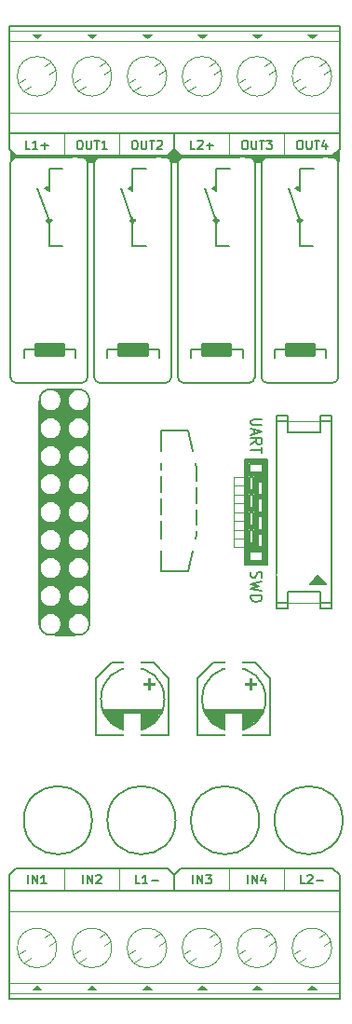
<source format=gto>
G04 #@! TF.GenerationSoftware,KiCad,Pcbnew,(5.1.9)-1*
G04 #@! TF.CreationDate,2023-02-03T00:57:47+01:00*
G04 #@! TF.ProjectId,Base,42617365-2e6b-4696-9361-645f70636258,rev?*
G04 #@! TF.SameCoordinates,Original*
G04 #@! TF.FileFunction,Legend,Top*
G04 #@! TF.FilePolarity,Positive*
%FSLAX46Y46*%
G04 Gerber Fmt 4.6, Leading zero omitted, Abs format (unit mm)*
G04 Created by KiCad (PCBNEW (5.1.9)-1) date 2023-02-03 00:57:47*
%MOMM*%
%LPD*%
G01*
G04 APERTURE LIST*
%ADD10C,0.100000*%
%ADD11C,0.200000*%
%ADD12C,0.150000*%
%ADD13C,0.300000*%
%ADD14C,0.400000*%
%ADD15C,0.050000*%
%ADD16C,0.120000*%
%ADD17C,0.500000*%
%ADD18C,0.160000*%
%ADD19R,1.800000X1.000000*%
%ADD20R,1.800000X0.600000*%
%ADD21C,1.600000*%
%ADD22C,0.600000*%
%ADD23C,2.000000*%
%ADD24C,2.200000*%
%ADD25C,2.100000*%
%ADD26C,2.500000*%
%ADD27C,1.500000*%
%ADD28R,1.600000X3.200000*%
G04 APERTURE END LIST*
D10*
G36*
X30500000Y-24600000D02*
G01*
X30800000Y-24600000D01*
X30200000Y-25200000D01*
X29800000Y-25200000D01*
X29200000Y-24600000D01*
X29500000Y-24600000D01*
X30000000Y-24100000D01*
X30500000Y-24600000D01*
G37*
X30500000Y-24600000D02*
X30800000Y-24600000D01*
X30200000Y-25200000D01*
X29800000Y-25200000D01*
X29200000Y-24600000D01*
X29500000Y-24600000D01*
X30000000Y-24100000D01*
X30500000Y-24600000D01*
G36*
X37800000Y-25200000D02*
G01*
X37400000Y-25200000D01*
X36800000Y-24600000D01*
X38400000Y-24600000D01*
X37800000Y-25200000D01*
G37*
X37800000Y-25200000D02*
X37400000Y-25200000D01*
X36800000Y-24600000D01*
X38400000Y-24600000D01*
X37800000Y-25200000D01*
G36*
X44950000Y-25150000D02*
G01*
X44400000Y-24650000D01*
X44950000Y-24050000D01*
X44950000Y-25150000D01*
G37*
X44950000Y-25150000D02*
X44400000Y-24650000D01*
X44950000Y-24050000D01*
X44950000Y-25150000D01*
G36*
X15600000Y-24600000D02*
G01*
X15050000Y-25200000D01*
X15050000Y-24100000D01*
X15600000Y-24600000D01*
G37*
X15600000Y-24600000D02*
X15050000Y-25200000D01*
X15050000Y-24100000D01*
X15600000Y-24600000D01*
G36*
X22600000Y-25200000D02*
G01*
X22200000Y-25200000D01*
X21600000Y-24600000D01*
X23200000Y-24600000D01*
X22600000Y-25200000D01*
G37*
X22600000Y-25200000D02*
X22200000Y-25200000D01*
X21600000Y-24600000D01*
X23200000Y-24600000D01*
X22600000Y-25200000D01*
D11*
X36995238Y-62420476D02*
X36947619Y-62563333D01*
X36947619Y-62801428D01*
X36995238Y-62896666D01*
X37042857Y-62944285D01*
X37138095Y-62991904D01*
X37233333Y-62991904D01*
X37328571Y-62944285D01*
X37376190Y-62896666D01*
X37423809Y-62801428D01*
X37471428Y-62610952D01*
X37519047Y-62515714D01*
X37566666Y-62468095D01*
X37661904Y-62420476D01*
X37757142Y-62420476D01*
X37852380Y-62468095D01*
X37900000Y-62515714D01*
X37947619Y-62610952D01*
X37947619Y-62849047D01*
X37900000Y-62991904D01*
X37947619Y-63325238D02*
X36947619Y-63563333D01*
X37661904Y-63753809D01*
X36947619Y-63944285D01*
X37947619Y-64182380D01*
X36947619Y-64563333D02*
X37947619Y-64563333D01*
X37947619Y-64801428D01*
X37900000Y-64944285D01*
X37804761Y-65039523D01*
X37709523Y-65087142D01*
X37519047Y-65134761D01*
X37376190Y-65134761D01*
X37185714Y-65087142D01*
X37090476Y-65039523D01*
X36995238Y-64944285D01*
X36947619Y-64801428D01*
X36947619Y-64563333D01*
X37947619Y-48584285D02*
X37138095Y-48584285D01*
X37042857Y-48627142D01*
X36995238Y-48670000D01*
X36947619Y-48755714D01*
X36947619Y-48927142D01*
X36995238Y-49012857D01*
X37042857Y-49055714D01*
X37138095Y-49098571D01*
X37947619Y-49098571D01*
X37233333Y-49484285D02*
X37233333Y-49912857D01*
X36947619Y-49398571D02*
X37947619Y-49698571D01*
X36947619Y-49998571D01*
X36947619Y-50812857D02*
X37423809Y-50512857D01*
X36947619Y-50298571D02*
X37947619Y-50298571D01*
X37947619Y-50641428D01*
X37900000Y-50727142D01*
X37852380Y-50770000D01*
X37757142Y-50812857D01*
X37614285Y-50812857D01*
X37519047Y-50770000D01*
X37471428Y-50727142D01*
X37423809Y-50641428D01*
X37423809Y-50298571D01*
X37947619Y-51070000D02*
X37947619Y-51584285D01*
X36947619Y-51327142D02*
X37947619Y-51327142D01*
D12*
X31200000Y-62400000D02*
X32000000Y-59100000D01*
X32000000Y-53000000D02*
X32000000Y-59100000D01*
X32000000Y-53000000D02*
X31200000Y-49600000D01*
X31200000Y-49600000D02*
X28800000Y-49600000D01*
X31200000Y-62400000D02*
X28800000Y-62400000D01*
X28800000Y-49600000D02*
X28800000Y-62400000D01*
D10*
X36400000Y-58600000D02*
X35400000Y-58600000D01*
X36400000Y-60200000D02*
X35400000Y-60200000D01*
X36400000Y-59400000D02*
X35400000Y-59400000D01*
X36400000Y-53800000D02*
X35400000Y-53800000D01*
X36400000Y-54600000D02*
X35400000Y-54600000D01*
X36400000Y-55400000D02*
X35400000Y-55400000D01*
X36400000Y-56200000D02*
X35400000Y-56200000D01*
D13*
X36800000Y-58400000D02*
X37200000Y-58400000D01*
D11*
X36800000Y-58600000D02*
X36800000Y-59800000D01*
X37200000Y-58600000D02*
X37200000Y-59800000D01*
X36800000Y-59800000D02*
X37200000Y-59800000D01*
X36800000Y-58600000D02*
X37200000Y-58600000D01*
D13*
X37600000Y-58800000D02*
X38000000Y-58800000D01*
D11*
X37600000Y-59000000D02*
X37600000Y-60200000D01*
X37600000Y-59000000D02*
X38000000Y-59000000D01*
X37600000Y-60200000D02*
X38000000Y-60200000D01*
X38000000Y-59000000D02*
X38000000Y-60200000D01*
D13*
X36800000Y-60000000D02*
X37200000Y-60000000D01*
X36800000Y-60200000D02*
X37200000Y-60200000D01*
X37600000Y-53800000D02*
X38000000Y-53800000D01*
X37600000Y-54000000D02*
X38000000Y-54000000D01*
X36800000Y-56800000D02*
X37200000Y-56800000D01*
X36800000Y-55200000D02*
X37200000Y-55200000D01*
X37600000Y-55600000D02*
X38000000Y-55600000D01*
X37600000Y-57200000D02*
X38000000Y-57200000D01*
X37400000Y-53600000D02*
X37400000Y-60400000D01*
X36600000Y-53600000D02*
X38200000Y-53600000D01*
X36600000Y-60400000D02*
X38200000Y-60400000D01*
X38200000Y-52400000D02*
X38200000Y-61600000D01*
X36600000Y-52400000D02*
X38200000Y-52400000D01*
X36600000Y-61600000D02*
X38200000Y-61600000D01*
X36600000Y-52400000D02*
X36600000Y-61600000D01*
D10*
X35400000Y-53800000D02*
X35400000Y-60200000D01*
X36400000Y-57000000D02*
X35400000Y-57000000D01*
D11*
X37200000Y-55400000D02*
X37200000Y-56600000D01*
X36800000Y-55400000D02*
X36800000Y-56600000D01*
X36800000Y-56600000D02*
X37200000Y-56600000D01*
X36800000Y-57000000D02*
X37200000Y-57000000D01*
X36800000Y-58200000D02*
X37200000Y-58200000D01*
X36800000Y-57000000D02*
X36800000Y-58200000D01*
X36800000Y-55400000D02*
X37200000Y-55400000D01*
X37200000Y-57000000D02*
X37200000Y-58200000D01*
X36800000Y-53800000D02*
X37200000Y-53800000D01*
X37200000Y-53800000D02*
X37200000Y-55000000D01*
X36800000Y-53800000D02*
X36800000Y-55000000D01*
X36800000Y-55000000D02*
X37200000Y-55000000D01*
X37600000Y-54200000D02*
X38000000Y-54200000D01*
X37600000Y-55400000D02*
X38000000Y-55400000D01*
X37600000Y-54200000D02*
X37600000Y-55400000D01*
X38000000Y-54200000D02*
X38000000Y-55400000D01*
X37600000Y-55800000D02*
X38000000Y-55800000D01*
X37600000Y-57000000D02*
X38000000Y-57000000D01*
X37600000Y-55800000D02*
X37600000Y-57000000D01*
X38000000Y-55800000D02*
X38000000Y-57000000D01*
X37600000Y-57400000D02*
X38000000Y-57400000D01*
X37600000Y-57400000D02*
X37600000Y-58600000D01*
X37600000Y-58600000D02*
X38000000Y-58600000D01*
X38000000Y-57400000D02*
X38000000Y-58600000D01*
X36800000Y-52600000D02*
X36800000Y-53400000D01*
X38000000Y-52600000D02*
X36800000Y-52600000D01*
X38000000Y-53400000D02*
X38000000Y-52600000D01*
X36800000Y-53400000D02*
X38000000Y-53400000D01*
X36800000Y-60600000D02*
X36800000Y-61400000D01*
X38000000Y-60600000D02*
X36800000Y-60600000D01*
X38000000Y-61400000D02*
X38000000Y-60600000D01*
X36800000Y-61400000D02*
X38000000Y-61400000D01*
D10*
X36400000Y-57800000D02*
X35400000Y-57800000D01*
D11*
X36400000Y-52200000D02*
X36400000Y-61800000D01*
X38400000Y-52200000D02*
X36400000Y-52200000D01*
X38400000Y-61800000D02*
X38400000Y-52200000D01*
X36400000Y-61800000D02*
X38400000Y-61800000D01*
D10*
G36*
X20381000Y-67668000D02*
G01*
X20889000Y-68176000D01*
X19111000Y-68176000D01*
X19619000Y-67668000D01*
X19746000Y-67160000D01*
X20275000Y-67160000D01*
X20381000Y-67668000D01*
G37*
X20381000Y-67668000D02*
X20889000Y-68176000D01*
X19111000Y-68176000D01*
X19619000Y-67668000D01*
X19746000Y-67160000D01*
X20275000Y-67160000D01*
X20381000Y-67668000D01*
G36*
X19619000Y-46332000D02*
G01*
X19111000Y-45824000D01*
X20889000Y-45824000D01*
X20381000Y-46332000D01*
X20254000Y-46840000D01*
X19725000Y-46840000D01*
X19619000Y-46332000D01*
G37*
X19619000Y-46332000D02*
X19111000Y-45824000D01*
X20889000Y-45824000D01*
X20381000Y-46332000D01*
X20254000Y-46840000D01*
X19725000Y-46840000D01*
X19619000Y-46332000D01*
G36*
X19619000Y-48872000D02*
G01*
X18984000Y-48364000D01*
X18476000Y-48364000D01*
X17714000Y-48999000D01*
X17714000Y-47221000D01*
X18476000Y-47856000D01*
X19111000Y-47856000D01*
X19619000Y-47221000D01*
X19725000Y-46840000D01*
X20254000Y-46840000D01*
X20381000Y-47348000D01*
X21016000Y-47856000D01*
X21524000Y-47856000D01*
X22286000Y-47348000D01*
X22286000Y-48999000D01*
X21524000Y-48364000D01*
X21016000Y-48364000D01*
X20381000Y-48872000D01*
X20275000Y-49380000D01*
X19746000Y-49380000D01*
X19619000Y-48872000D01*
G37*
X19619000Y-48872000D02*
X18984000Y-48364000D01*
X18476000Y-48364000D01*
X17714000Y-48999000D01*
X17714000Y-47221000D01*
X18476000Y-47856000D01*
X19111000Y-47856000D01*
X19619000Y-47221000D01*
X19725000Y-46840000D01*
X20254000Y-46840000D01*
X20381000Y-47348000D01*
X21016000Y-47856000D01*
X21524000Y-47856000D01*
X22286000Y-47348000D01*
X22286000Y-48999000D01*
X21524000Y-48364000D01*
X21016000Y-48364000D01*
X20381000Y-48872000D01*
X20275000Y-49380000D01*
X19746000Y-49380000D01*
X19619000Y-48872000D01*
G36*
X19619000Y-51412000D02*
G01*
X18984000Y-50904000D01*
X18476000Y-50904000D01*
X17714000Y-51539000D01*
X17714000Y-49761000D01*
X18476000Y-50396000D01*
X19111000Y-50396000D01*
X19619000Y-49761000D01*
X19725000Y-49380000D01*
X20254000Y-49380000D01*
X20381000Y-49888000D01*
X21016000Y-50396000D01*
X21524000Y-50396000D01*
X22286000Y-49888000D01*
X22286000Y-51539000D01*
X21524000Y-50904000D01*
X21016000Y-50904000D01*
X20381000Y-51412000D01*
X20275000Y-51920000D01*
X19746000Y-51920000D01*
X19619000Y-51412000D01*
G37*
X19619000Y-51412000D02*
X18984000Y-50904000D01*
X18476000Y-50904000D01*
X17714000Y-51539000D01*
X17714000Y-49761000D01*
X18476000Y-50396000D01*
X19111000Y-50396000D01*
X19619000Y-49761000D01*
X19725000Y-49380000D01*
X20254000Y-49380000D01*
X20381000Y-49888000D01*
X21016000Y-50396000D01*
X21524000Y-50396000D01*
X22286000Y-49888000D01*
X22286000Y-51539000D01*
X21524000Y-50904000D01*
X21016000Y-50904000D01*
X20381000Y-51412000D01*
X20275000Y-51920000D01*
X19746000Y-51920000D01*
X19619000Y-51412000D01*
G36*
X19619000Y-53952000D02*
G01*
X18984000Y-53444000D01*
X18476000Y-53444000D01*
X17714000Y-54079000D01*
X17714000Y-52301000D01*
X18476000Y-52936000D01*
X19111000Y-52936000D01*
X19619000Y-52301000D01*
X19725000Y-51920000D01*
X20254000Y-51920000D01*
X20381000Y-52428000D01*
X21016000Y-52936000D01*
X21524000Y-52936000D01*
X22286000Y-52428000D01*
X22286000Y-54079000D01*
X21524000Y-53444000D01*
X21016000Y-53444000D01*
X20381000Y-53952000D01*
X20275000Y-54460000D01*
X19746000Y-54460000D01*
X19619000Y-53952000D01*
G37*
X19619000Y-53952000D02*
X18984000Y-53444000D01*
X18476000Y-53444000D01*
X17714000Y-54079000D01*
X17714000Y-52301000D01*
X18476000Y-52936000D01*
X19111000Y-52936000D01*
X19619000Y-52301000D01*
X19725000Y-51920000D01*
X20254000Y-51920000D01*
X20381000Y-52428000D01*
X21016000Y-52936000D01*
X21524000Y-52936000D01*
X22286000Y-52428000D01*
X22286000Y-54079000D01*
X21524000Y-53444000D01*
X21016000Y-53444000D01*
X20381000Y-53952000D01*
X20275000Y-54460000D01*
X19746000Y-54460000D01*
X19619000Y-53952000D01*
G36*
X19619000Y-56492000D02*
G01*
X18984000Y-55984000D01*
X18476000Y-55984000D01*
X17714000Y-56619000D01*
X17714000Y-54841000D01*
X18476000Y-55476000D01*
X19111000Y-55476000D01*
X19619000Y-54841000D01*
X19725000Y-54460000D01*
X20254000Y-54460000D01*
X20381000Y-54968000D01*
X21016000Y-55476000D01*
X21524000Y-55476000D01*
X22286000Y-54968000D01*
X22286000Y-56619000D01*
X21524000Y-55984000D01*
X21016000Y-55984000D01*
X20381000Y-56492000D01*
X20275000Y-57000000D01*
X19746000Y-57000000D01*
X19619000Y-56492000D01*
G37*
X19619000Y-56492000D02*
X18984000Y-55984000D01*
X18476000Y-55984000D01*
X17714000Y-56619000D01*
X17714000Y-54841000D01*
X18476000Y-55476000D01*
X19111000Y-55476000D01*
X19619000Y-54841000D01*
X19725000Y-54460000D01*
X20254000Y-54460000D01*
X20381000Y-54968000D01*
X21016000Y-55476000D01*
X21524000Y-55476000D01*
X22286000Y-54968000D01*
X22286000Y-56619000D01*
X21524000Y-55984000D01*
X21016000Y-55984000D01*
X20381000Y-56492000D01*
X20275000Y-57000000D01*
X19746000Y-57000000D01*
X19619000Y-56492000D01*
G36*
X19619000Y-59032000D02*
G01*
X18984000Y-58524000D01*
X18476000Y-58524000D01*
X17714000Y-59159000D01*
X17714000Y-57381000D01*
X18476000Y-58016000D01*
X19111000Y-58016000D01*
X19619000Y-57381000D01*
X19725000Y-57000000D01*
X20254000Y-57000000D01*
X20381000Y-57508000D01*
X21016000Y-58016000D01*
X21524000Y-58016000D01*
X22286000Y-57508000D01*
X22286000Y-59159000D01*
X21524000Y-58524000D01*
X21016000Y-58524000D01*
X20381000Y-59032000D01*
X20275000Y-59540000D01*
X19746000Y-59540000D01*
X19619000Y-59032000D01*
G37*
X19619000Y-59032000D02*
X18984000Y-58524000D01*
X18476000Y-58524000D01*
X17714000Y-59159000D01*
X17714000Y-57381000D01*
X18476000Y-58016000D01*
X19111000Y-58016000D01*
X19619000Y-57381000D01*
X19725000Y-57000000D01*
X20254000Y-57000000D01*
X20381000Y-57508000D01*
X21016000Y-58016000D01*
X21524000Y-58016000D01*
X22286000Y-57508000D01*
X22286000Y-59159000D01*
X21524000Y-58524000D01*
X21016000Y-58524000D01*
X20381000Y-59032000D01*
X20275000Y-59540000D01*
X19746000Y-59540000D01*
X19619000Y-59032000D01*
G36*
X19619000Y-61572000D02*
G01*
X18984000Y-61064000D01*
X18476000Y-61064000D01*
X17714000Y-61699000D01*
X17714000Y-59921000D01*
X18476000Y-60556000D01*
X19111000Y-60556000D01*
X19619000Y-59921000D01*
X19725000Y-59540000D01*
X20254000Y-59540000D01*
X20381000Y-60048000D01*
X21016000Y-60556000D01*
X21524000Y-60556000D01*
X22286000Y-60048000D01*
X22286000Y-61699000D01*
X21524000Y-61064000D01*
X21016000Y-61064000D01*
X20381000Y-61572000D01*
X20275000Y-62080000D01*
X19746000Y-62080000D01*
X19619000Y-61572000D01*
G37*
X19619000Y-61572000D02*
X18984000Y-61064000D01*
X18476000Y-61064000D01*
X17714000Y-61699000D01*
X17714000Y-59921000D01*
X18476000Y-60556000D01*
X19111000Y-60556000D01*
X19619000Y-59921000D01*
X19725000Y-59540000D01*
X20254000Y-59540000D01*
X20381000Y-60048000D01*
X21016000Y-60556000D01*
X21524000Y-60556000D01*
X22286000Y-60048000D01*
X22286000Y-61699000D01*
X21524000Y-61064000D01*
X21016000Y-61064000D01*
X20381000Y-61572000D01*
X20275000Y-62080000D01*
X19746000Y-62080000D01*
X19619000Y-61572000D01*
G36*
X19619000Y-64112000D02*
G01*
X18984000Y-63604000D01*
X18476000Y-63604000D01*
X17714000Y-64239000D01*
X17714000Y-62461000D01*
X18476000Y-63096000D01*
X19111000Y-63096000D01*
X19619000Y-62461000D01*
X19725000Y-62080000D01*
X20254000Y-62080000D01*
X20381000Y-62588000D01*
X21016000Y-63096000D01*
X21524000Y-63096000D01*
X22286000Y-62588000D01*
X22286000Y-64239000D01*
X21524000Y-63604000D01*
X21016000Y-63604000D01*
X20381000Y-64112000D01*
X20275000Y-64620000D01*
X19746000Y-64620000D01*
X19619000Y-64112000D01*
G37*
X19619000Y-64112000D02*
X18984000Y-63604000D01*
X18476000Y-63604000D01*
X17714000Y-64239000D01*
X17714000Y-62461000D01*
X18476000Y-63096000D01*
X19111000Y-63096000D01*
X19619000Y-62461000D01*
X19725000Y-62080000D01*
X20254000Y-62080000D01*
X20381000Y-62588000D01*
X21016000Y-63096000D01*
X21524000Y-63096000D01*
X22286000Y-62588000D01*
X22286000Y-64239000D01*
X21524000Y-63604000D01*
X21016000Y-63604000D01*
X20381000Y-64112000D01*
X20275000Y-64620000D01*
X19746000Y-64620000D01*
X19619000Y-64112000D01*
G36*
X19619000Y-66652000D02*
G01*
X18984000Y-66144000D01*
X18476000Y-66144000D01*
X17714000Y-66779000D01*
X17714000Y-65001000D01*
X18476000Y-65636000D01*
X19111000Y-65636000D01*
X19619000Y-65001000D01*
X19725000Y-64620000D01*
X20254000Y-64620000D01*
X20381000Y-65128000D01*
X21016000Y-65636000D01*
X21524000Y-65636000D01*
X22286000Y-65128000D01*
X22286000Y-66779000D01*
X21524000Y-66144000D01*
X21016000Y-66144000D01*
X20381000Y-66652000D01*
X20275000Y-67160000D01*
X19746000Y-67160000D01*
X19619000Y-66652000D01*
G37*
X19619000Y-66652000D02*
X18984000Y-66144000D01*
X18476000Y-66144000D01*
X17714000Y-66779000D01*
X17714000Y-65001000D01*
X18476000Y-65636000D01*
X19111000Y-65636000D01*
X19619000Y-65001000D01*
X19725000Y-64620000D01*
X20254000Y-64620000D01*
X20381000Y-65128000D01*
X21016000Y-65636000D01*
X21524000Y-65636000D01*
X22286000Y-65128000D01*
X22286000Y-66779000D01*
X21524000Y-66144000D01*
X21016000Y-66144000D01*
X20381000Y-66652000D01*
X20275000Y-67160000D01*
X19746000Y-67160000D01*
X19619000Y-66652000D01*
D11*
X22265000Y-67160000D02*
G75*
G03*
X22265000Y-67160000I-995000J0D01*
G01*
X19725000Y-67160000D02*
G75*
G03*
X19725000Y-67160000I-995000J0D01*
G01*
X22265000Y-64620000D02*
G75*
G03*
X22265000Y-64620000I-995000J0D01*
G01*
X19725000Y-64620000D02*
G75*
G03*
X19725000Y-64620000I-995000J0D01*
G01*
X22265000Y-62080000D02*
G75*
G03*
X22265000Y-62080000I-995000J0D01*
G01*
X19725000Y-62080000D02*
G75*
G03*
X19725000Y-62080000I-995000J0D01*
G01*
X22265000Y-59540000D02*
G75*
G03*
X22265000Y-59540000I-995000J0D01*
G01*
X19725000Y-59540000D02*
G75*
G03*
X19725000Y-59540000I-995000J0D01*
G01*
X22265000Y-57000000D02*
G75*
G03*
X22265000Y-57000000I-995000J0D01*
G01*
X19725000Y-57000000D02*
G75*
G03*
X19725000Y-57000000I-995000J0D01*
G01*
X22265000Y-54460000D02*
G75*
G03*
X22265000Y-54460000I-995000J0D01*
G01*
X19725000Y-54460000D02*
G75*
G03*
X19725000Y-54460000I-995000J0D01*
G01*
X22265000Y-51920000D02*
G75*
G03*
X22265000Y-51920000I-995000J0D01*
G01*
X22265000Y-49380000D02*
G75*
G03*
X22265000Y-49380000I-995000J0D01*
G01*
X19725000Y-51920000D02*
G75*
G03*
X19725000Y-51920000I-995000J0D01*
G01*
X19725000Y-49380000D02*
G75*
G03*
X19725000Y-49380000I-995000J0D01*
G01*
X19725000Y-46840000D02*
G75*
G03*
X19725000Y-46840000I-995000J0D01*
G01*
X22265000Y-46840000D02*
G75*
G03*
X22265000Y-46840000I-995000J0D01*
G01*
X22265000Y-67160000D02*
X22265000Y-46840000D01*
X17735000Y-67160000D02*
X17735000Y-46840000D01*
X21270000Y-68155000D02*
X18730000Y-68155000D01*
X21270000Y-45845000D02*
X18730000Y-45845000D01*
X45000000Y-22600000D02*
X30000000Y-22600000D01*
X30000000Y-22600000D02*
X30000000Y-24000000D01*
X30600000Y-24600000D02*
X44400000Y-24600000D01*
X30000000Y-24000000D02*
X30600000Y-24600000D01*
D10*
X35000000Y-22600000D02*
X35000000Y-24600000D01*
D11*
X44400000Y-24600000D02*
X45000000Y-24000000D01*
X45000000Y-22600000D02*
X45000000Y-24000000D01*
D10*
X40000000Y-22600000D02*
X40000000Y-24600000D01*
D11*
X15000000Y-91400000D02*
X30000000Y-91400000D01*
X30000000Y-91400000D02*
X30000000Y-90000000D01*
X29400000Y-89400000D02*
X15600000Y-89400000D01*
X30000000Y-90000000D02*
X29400000Y-89400000D01*
D10*
X25000000Y-91400000D02*
X25000000Y-89400000D01*
D11*
X15600000Y-89400000D02*
X15000000Y-90000000D01*
X15000000Y-91400000D02*
X15000000Y-90000000D01*
D10*
X20000000Y-91400000D02*
X20000000Y-89400000D01*
D11*
X30000000Y-91400000D02*
X45000000Y-91400000D01*
X45000000Y-91400000D02*
X45000000Y-90000000D01*
X44400000Y-89400000D02*
X30600000Y-89400000D01*
X45000000Y-90000000D02*
X44400000Y-89400000D01*
D10*
X40000000Y-91400000D02*
X40000000Y-89400000D01*
D11*
X30600000Y-89400000D02*
X30000000Y-90000000D01*
X30000000Y-91400000D02*
X30000000Y-90000000D01*
D10*
X35000000Y-91400000D02*
X35000000Y-89400000D01*
D11*
X30000000Y-22600000D02*
X15000000Y-22600000D01*
X15000000Y-22600000D02*
X15000000Y-24000000D01*
X15600000Y-24600000D02*
X29400000Y-24600000D01*
X15000000Y-24000000D02*
X15600000Y-24600000D01*
D10*
X20000000Y-22600000D02*
X20000000Y-24600000D01*
D11*
X29400000Y-24600000D02*
X30000000Y-24000000D01*
X30000000Y-22600000D02*
X30000000Y-24000000D01*
D10*
X25000000Y-22600000D02*
X25000000Y-24600000D01*
D12*
X18600000Y-32800000D02*
X19800000Y-32800000D01*
G36*
X18200000Y-27600000D02*
G01*
X18600000Y-27400000D01*
X18600000Y-27800000D01*
X18200000Y-27600000D01*
G37*
X18200000Y-27600000D02*
X18600000Y-27400000D01*
X18600000Y-27800000D01*
X18200000Y-27600000D01*
D13*
X18758114Y-30500000D02*
G75*
G03*
X18758114Y-30500000I-158114J0D01*
G01*
D12*
X17550000Y-27600000D02*
X18600000Y-30500000D01*
D11*
X15100000Y-25250000D02*
X15100000Y-44750000D01*
X22100000Y-25250000D02*
X22100000Y-44750000D01*
X15600000Y-24750000D02*
X21600000Y-24750000D01*
X15600000Y-45250000D02*
X21600000Y-45250000D01*
D12*
X19850000Y-25750000D02*
X18600000Y-25750000D01*
D14*
G36*
X17400000Y-41800000D02*
G01*
X19800000Y-41800000D01*
X19800000Y-42600000D01*
X17400000Y-42600000D01*
X17400000Y-41800000D01*
G37*
X17400000Y-41800000D02*
X19800000Y-41800000D01*
X19800000Y-42600000D01*
X17400000Y-42600000D01*
X17400000Y-41800000D01*
D12*
X21000000Y-42200000D02*
X19900000Y-42200000D01*
X21000000Y-42200000D02*
X21000000Y-43000000D01*
X16300000Y-42200000D02*
X16300000Y-43000000D01*
X17300000Y-42200000D02*
X16300000Y-42200000D01*
X18600000Y-25750000D02*
X18600000Y-27800000D01*
X18600000Y-30500000D02*
X18600000Y-32800000D01*
D11*
X15600000Y-45250000D02*
G75*
G02*
X15100000Y-44750000I0J500000D01*
G01*
X22100000Y-44750000D02*
G75*
G02*
X21600000Y-45250000I-500000J0D01*
G01*
X21600000Y-24750000D02*
G75*
G02*
X22100000Y-25250000I0J-500000D01*
G01*
X15100000Y-25250000D02*
G75*
G02*
X15600000Y-24750000I500000J0D01*
G01*
D10*
G36*
X32100000Y-13575000D02*
G01*
X32900000Y-13575000D01*
X32500000Y-13975000D01*
X32100000Y-13575000D01*
G37*
X32100000Y-13575000D02*
X32900000Y-13575000D01*
X32500000Y-13975000D01*
X32100000Y-13575000D01*
G36*
X37100000Y-13575000D02*
G01*
X37900000Y-13575000D01*
X37500000Y-13975000D01*
X37100000Y-13575000D01*
G37*
X37100000Y-13575000D02*
X37900000Y-13575000D01*
X37500000Y-13975000D01*
X37100000Y-13575000D01*
G36*
X42100000Y-13575000D02*
G01*
X42900000Y-13575000D01*
X42500000Y-13975000D01*
X42100000Y-13575000D01*
G37*
X42100000Y-13575000D02*
X42900000Y-13575000D01*
X42500000Y-13975000D01*
X42100000Y-13575000D01*
D15*
X33700000Y-16100000D02*
X30800000Y-18000000D01*
D16*
X34300000Y-17400000D02*
G75*
G03*
X34300000Y-17400000I-1800000J0D01*
G01*
D15*
X34200000Y-16800000D02*
X31300000Y-18700000D01*
X38700000Y-16100000D02*
X35800000Y-18000000D01*
D16*
X39300000Y-17400000D02*
G75*
G03*
X39300000Y-17400000I-1800000J0D01*
G01*
D15*
X39200000Y-16800000D02*
X36300000Y-18700000D01*
X43700000Y-16100000D02*
X40800000Y-18000000D01*
D16*
X44300000Y-17400000D02*
G75*
G03*
X44300000Y-17400000I-1800000J0D01*
G01*
D15*
X44200000Y-16800000D02*
X41300000Y-18700000D01*
D11*
X45000000Y-22600000D02*
X45000000Y-12800000D01*
X45000000Y-22600000D02*
X15000000Y-22600000D01*
D10*
X45000000Y-20700000D02*
X15000000Y-20700000D01*
D11*
X45000000Y-12800000D02*
X15000000Y-12800000D01*
D10*
X15000000Y-13300000D02*
X45000000Y-13300000D01*
X15000000Y-14200000D02*
X45000000Y-14200000D01*
G36*
X27100000Y-13575000D02*
G01*
X27900000Y-13575000D01*
X27500000Y-13975000D01*
X27100000Y-13575000D01*
G37*
X27100000Y-13575000D02*
X27900000Y-13575000D01*
X27500000Y-13975000D01*
X27100000Y-13575000D01*
G36*
X22100000Y-13575000D02*
G01*
X22900000Y-13575000D01*
X22500000Y-13975000D01*
X22100000Y-13575000D01*
G37*
X22100000Y-13575000D02*
X22900000Y-13575000D01*
X22500000Y-13975000D01*
X22100000Y-13575000D01*
D15*
X23700000Y-16100000D02*
X20800000Y-18000000D01*
D16*
X24300000Y-17400000D02*
G75*
G03*
X24300000Y-17400000I-1800000J0D01*
G01*
D15*
X29200000Y-16800000D02*
X26300000Y-18700000D01*
D11*
X15000000Y-22600000D02*
X15000000Y-12800000D01*
D15*
X19200000Y-16800000D02*
X16300000Y-18700000D01*
X18700000Y-16100000D02*
X15800000Y-18000000D01*
D16*
X29300000Y-17400000D02*
G75*
G03*
X29300000Y-17400000I-1800000J0D01*
G01*
D10*
G36*
X17100000Y-13575000D02*
G01*
X17900000Y-13575000D01*
X17500000Y-13975000D01*
X17100000Y-13575000D01*
G37*
X17100000Y-13575000D02*
X17900000Y-13575000D01*
X17500000Y-13975000D01*
X17100000Y-13575000D01*
D16*
X19300000Y-17400000D02*
G75*
G03*
X19300000Y-17400000I-1800000J0D01*
G01*
D15*
X24200000Y-16800000D02*
X21300000Y-18700000D01*
X28700000Y-16100000D02*
X25800000Y-18000000D01*
D12*
X41400000Y-32800000D02*
X42600000Y-32800000D01*
G36*
X41000000Y-27600000D02*
G01*
X41400000Y-27400000D01*
X41400000Y-27800000D01*
X41000000Y-27600000D01*
G37*
X41000000Y-27600000D02*
X41400000Y-27400000D01*
X41400000Y-27800000D01*
X41000000Y-27600000D01*
D13*
X41558114Y-30500000D02*
G75*
G03*
X41558114Y-30500000I-158114J0D01*
G01*
D12*
X40350000Y-27600000D02*
X41400000Y-30500000D01*
D11*
X37900000Y-25250000D02*
X37900000Y-44750000D01*
X44900000Y-25250000D02*
X44900000Y-44750000D01*
X38400000Y-24750000D02*
X44400000Y-24750000D01*
X38400000Y-45250000D02*
X44400000Y-45250000D01*
D12*
X42650000Y-25750000D02*
X41400000Y-25750000D01*
D14*
G36*
X40200000Y-41800000D02*
G01*
X42600000Y-41800000D01*
X42600000Y-42600000D01*
X40200000Y-42600000D01*
X40200000Y-41800000D01*
G37*
X40200000Y-41800000D02*
X42600000Y-41800000D01*
X42600000Y-42600000D01*
X40200000Y-42600000D01*
X40200000Y-41800000D01*
D12*
X43800000Y-42200000D02*
X42700000Y-42200000D01*
X43800000Y-42200000D02*
X43800000Y-43000000D01*
X39100000Y-42200000D02*
X39100000Y-43000000D01*
X40100000Y-42200000D02*
X39100000Y-42200000D01*
X41400000Y-25750000D02*
X41400000Y-27800000D01*
X41400000Y-30500000D02*
X41400000Y-32800000D01*
D11*
X38400000Y-45250000D02*
G75*
G02*
X37900000Y-44750000I0J500000D01*
G01*
X44900000Y-44750000D02*
G75*
G02*
X44400000Y-45250000I-500000J0D01*
G01*
X44400000Y-24750000D02*
G75*
G02*
X44900000Y-25250000I0J-500000D01*
G01*
X37900000Y-25250000D02*
G75*
G02*
X38400000Y-24750000I500000J0D01*
G01*
D12*
X33800000Y-32800000D02*
X35000000Y-32800000D01*
G36*
X33400000Y-27600000D02*
G01*
X33800000Y-27400000D01*
X33800000Y-27800000D01*
X33400000Y-27600000D01*
G37*
X33400000Y-27600000D02*
X33800000Y-27400000D01*
X33800000Y-27800000D01*
X33400000Y-27600000D01*
D13*
X33958114Y-30500000D02*
G75*
G03*
X33958114Y-30500000I-158114J0D01*
G01*
D12*
X32750000Y-27600000D02*
X33800000Y-30500000D01*
D11*
X30300000Y-25250000D02*
X30300000Y-44750000D01*
X37300000Y-25250000D02*
X37300000Y-44750000D01*
X30800000Y-24750000D02*
X36800000Y-24750000D01*
X30800000Y-45250000D02*
X36800000Y-45250000D01*
D12*
X35050000Y-25750000D02*
X33800000Y-25750000D01*
D14*
G36*
X32600000Y-41800000D02*
G01*
X35000000Y-41800000D01*
X35000000Y-42600000D01*
X32600000Y-42600000D01*
X32600000Y-41800000D01*
G37*
X32600000Y-41800000D02*
X35000000Y-41800000D01*
X35000000Y-42600000D01*
X32600000Y-42600000D01*
X32600000Y-41800000D01*
D12*
X36200000Y-42200000D02*
X35100000Y-42200000D01*
X36200000Y-42200000D02*
X36200000Y-43000000D01*
X31500000Y-42200000D02*
X31500000Y-43000000D01*
X32500000Y-42200000D02*
X31500000Y-42200000D01*
X33800000Y-25750000D02*
X33800000Y-27800000D01*
X33800000Y-30500000D02*
X33800000Y-32800000D01*
D11*
X30800000Y-45250000D02*
G75*
G02*
X30300000Y-44750000I0J500000D01*
G01*
X37300000Y-44750000D02*
G75*
G02*
X36800000Y-45250000I-500000J0D01*
G01*
X36800000Y-24750000D02*
G75*
G02*
X37300000Y-25250000I0J-500000D01*
G01*
X30300000Y-25250000D02*
G75*
G02*
X30800000Y-24750000I500000J0D01*
G01*
D12*
X26200000Y-32800000D02*
X27400000Y-32800000D01*
G36*
X25800000Y-27600000D02*
G01*
X26200000Y-27400000D01*
X26200000Y-27800000D01*
X25800000Y-27600000D01*
G37*
X25800000Y-27600000D02*
X26200000Y-27400000D01*
X26200000Y-27800000D01*
X25800000Y-27600000D01*
D13*
X26358114Y-30500000D02*
G75*
G03*
X26358114Y-30500000I-158114J0D01*
G01*
D12*
X25150000Y-27600000D02*
X26200000Y-30500000D01*
D11*
X22700000Y-25250000D02*
X22700000Y-44750000D01*
X29700000Y-25250000D02*
X29700000Y-44750000D01*
X23200000Y-24750000D02*
X29200000Y-24750000D01*
X23200000Y-45250000D02*
X29200000Y-45250000D01*
D12*
X27450000Y-25750000D02*
X26200000Y-25750000D01*
D14*
G36*
X25000000Y-41800000D02*
G01*
X27400000Y-41800000D01*
X27400000Y-42600000D01*
X25000000Y-42600000D01*
X25000000Y-41800000D01*
G37*
X25000000Y-41800000D02*
X27400000Y-41800000D01*
X27400000Y-42600000D01*
X25000000Y-42600000D01*
X25000000Y-41800000D01*
D12*
X28600000Y-42200000D02*
X27500000Y-42200000D01*
X28600000Y-42200000D02*
X28600000Y-43000000D01*
X23900000Y-42200000D02*
X23900000Y-43000000D01*
X24900000Y-42200000D02*
X23900000Y-42200000D01*
X26200000Y-25750000D02*
X26200000Y-27800000D01*
X26200000Y-30500000D02*
X26200000Y-32800000D01*
D11*
X23200000Y-45250000D02*
G75*
G02*
X22700000Y-44750000I0J500000D01*
G01*
X29700000Y-44750000D02*
G75*
G02*
X29200000Y-45250000I-500000J0D01*
G01*
X29200000Y-24750000D02*
G75*
G02*
X29700000Y-25250000I0J-500000D01*
G01*
X22700000Y-25250000D02*
G75*
G02*
X23200000Y-24750000I500000J0D01*
G01*
D10*
G36*
X27900000Y-100425000D02*
G01*
X27100000Y-100425000D01*
X27500000Y-100025000D01*
X27900000Y-100425000D01*
G37*
X27900000Y-100425000D02*
X27100000Y-100425000D01*
X27500000Y-100025000D01*
X27900000Y-100425000D01*
G36*
X22900000Y-100425000D02*
G01*
X22100000Y-100425000D01*
X22500000Y-100025000D01*
X22900000Y-100425000D01*
G37*
X22900000Y-100425000D02*
X22100000Y-100425000D01*
X22500000Y-100025000D01*
X22900000Y-100425000D01*
G36*
X17900000Y-100425000D02*
G01*
X17100000Y-100425000D01*
X17500000Y-100025000D01*
X17900000Y-100425000D01*
G37*
X17900000Y-100425000D02*
X17100000Y-100425000D01*
X17500000Y-100025000D01*
X17900000Y-100425000D01*
D15*
X26300000Y-97900000D02*
X29200000Y-96000000D01*
D16*
X29300000Y-96600000D02*
G75*
G03*
X29300000Y-96600000I-1800000J0D01*
G01*
D15*
X25800000Y-97200000D02*
X28700000Y-95300000D01*
X21300000Y-97900000D02*
X24200000Y-96000000D01*
D16*
X24300000Y-96600000D02*
G75*
G03*
X24300000Y-96600000I-1800000J0D01*
G01*
D15*
X20800000Y-97200000D02*
X23700000Y-95300000D01*
X16300000Y-97900000D02*
X19200000Y-96000000D01*
D16*
X19300000Y-96600000D02*
G75*
G03*
X19300000Y-96600000I-1800000J0D01*
G01*
D15*
X15800000Y-97200000D02*
X18700000Y-95300000D01*
D11*
X15000000Y-91400000D02*
X15000000Y-101200000D01*
X15000000Y-91400000D02*
X45000000Y-91400000D01*
D10*
X15000000Y-93300000D02*
X45000000Y-93300000D01*
D11*
X15000000Y-101200000D02*
X45000000Y-101200000D01*
D10*
X45000000Y-100700000D02*
X15000000Y-100700000D01*
X45000000Y-99800000D02*
X15000000Y-99800000D01*
G36*
X32900000Y-100425000D02*
G01*
X32100000Y-100425000D01*
X32500000Y-100025000D01*
X32900000Y-100425000D01*
G37*
X32900000Y-100425000D02*
X32100000Y-100425000D01*
X32500000Y-100025000D01*
X32900000Y-100425000D01*
G36*
X37900000Y-100425000D02*
G01*
X37100000Y-100425000D01*
X37500000Y-100025000D01*
X37900000Y-100425000D01*
G37*
X37900000Y-100425000D02*
X37100000Y-100425000D01*
X37500000Y-100025000D01*
X37900000Y-100425000D01*
D15*
X36300000Y-97900000D02*
X39200000Y-96000000D01*
D16*
X39300000Y-96600000D02*
G75*
G03*
X39300000Y-96600000I-1800000J0D01*
G01*
D15*
X30800000Y-97200000D02*
X33700000Y-95300000D01*
D11*
X45000000Y-91400000D02*
X45000000Y-101200000D01*
D15*
X40800000Y-97200000D02*
X43700000Y-95300000D01*
X41300000Y-97900000D02*
X44200000Y-96000000D01*
D16*
X34300000Y-96600000D02*
G75*
G03*
X34300000Y-96600000I-1800000J0D01*
G01*
D10*
G36*
X42900000Y-100425000D02*
G01*
X42100000Y-100425000D01*
X42500000Y-100025000D01*
X42900000Y-100425000D01*
G37*
X42900000Y-100425000D02*
X42100000Y-100425000D01*
X42500000Y-100025000D01*
X42900000Y-100425000D01*
D16*
X44300000Y-96600000D02*
G75*
G03*
X44300000Y-96600000I-1800000J0D01*
G01*
D15*
X35800000Y-97200000D02*
X38700000Y-95300000D01*
X31300000Y-97900000D02*
X34200000Y-96000000D01*
D11*
X39300000Y-65766000D02*
X39300000Y-48230000D01*
X44300000Y-48230000D02*
X44300000Y-65766000D01*
X42300000Y-63520000D02*
X42800000Y-63270000D01*
X43800000Y-63520000D02*
X43300000Y-63270000D01*
D17*
X43050000Y-63020000D02*
X43050000Y-63270000D01*
X42800000Y-63270000D02*
X43300000Y-63270000D01*
D11*
X43050000Y-62770000D02*
X43800000Y-63520000D01*
X43800000Y-63520000D02*
X42300000Y-63520000D01*
X42300000Y-63520000D02*
X43050000Y-62770000D01*
D10*
X43300000Y-65266000D02*
X40300000Y-65266000D01*
D11*
X40300000Y-65266000D02*
X39300000Y-65266000D01*
X44300000Y-65266000D02*
X43300000Y-65266000D01*
X40300000Y-65266000D02*
X40300000Y-64266000D01*
X40300000Y-64266000D02*
X43300000Y-64266000D01*
X43300000Y-64266000D02*
X43300000Y-65266000D01*
X39300000Y-65766000D02*
X40300000Y-65766000D01*
X40300000Y-65766000D02*
X40300000Y-65266000D01*
X43300000Y-65766000D02*
X43300000Y-65266000D01*
X44300000Y-65766000D02*
X43300000Y-65766000D01*
X43300000Y-49730000D02*
X40300000Y-49730000D01*
X43300000Y-48730000D02*
X43300000Y-49730000D01*
X40300000Y-49730000D02*
X40300000Y-48730000D01*
X43300000Y-48730000D02*
X44300000Y-48730000D01*
D10*
X43300000Y-48730000D02*
X40300000Y-48730000D01*
D11*
X40300000Y-48230000D02*
X40300000Y-48730000D01*
X40300000Y-48730000D02*
X39300000Y-48730000D01*
X43300000Y-48230000D02*
X43300000Y-48730000D01*
X43300000Y-48230000D02*
X44300000Y-48230000D01*
X39300000Y-48230000D02*
X40300000Y-48230000D01*
D12*
X22500000Y-85000000D02*
G75*
G03*
X22500000Y-85000000I-3100000J0D01*
G01*
X30100000Y-85000000D02*
G75*
G03*
X30100000Y-85000000I-3100000J0D01*
G01*
X37700000Y-85000000D02*
G75*
G03*
X37700000Y-85000000I-3100000J0D01*
G01*
X45300000Y-85000000D02*
G75*
G03*
X45300000Y-85000000I-3100000J0D01*
G01*
D10*
G36*
X37600000Y-75800000D02*
G01*
X36600000Y-76600000D01*
X35400000Y-76884441D01*
X34200000Y-76600000D01*
X33200000Y-75800000D01*
X32700000Y-74900000D01*
X38100000Y-74900000D01*
X37600000Y-75800000D01*
G37*
X37600000Y-75800000D02*
X36600000Y-76600000D01*
X35400000Y-76884441D01*
X34200000Y-76600000D01*
X33200000Y-75800000D01*
X32700000Y-74900000D01*
X38100000Y-74900000D01*
X37600000Y-75800000D01*
D12*
X38284441Y-74000000D02*
G75*
G03*
X38284441Y-74000000I-2884441J0D01*
G01*
X38700000Y-77300000D02*
X32100000Y-77300000D01*
X32100000Y-72100000D02*
X33500000Y-70700000D01*
X38700000Y-72100000D02*
X38700000Y-77300000D01*
X32100000Y-77300000D02*
X32100000Y-72100000D01*
X33500000Y-70700000D02*
X37300000Y-70700000D01*
X37300000Y-70700000D02*
X38700000Y-72100000D01*
D10*
G36*
X37000000Y-72700000D02*
G01*
X37000000Y-73100000D01*
X36800000Y-73100000D01*
X36800000Y-72700000D01*
X36400000Y-72700000D01*
X36400000Y-72500000D01*
X36800000Y-72500000D01*
X36800000Y-72100000D01*
X37000000Y-72100000D01*
X37000000Y-72500000D01*
X37400000Y-72500000D01*
X37400000Y-72700000D01*
X37000000Y-72700000D01*
G37*
X37000000Y-72700000D02*
X37000000Y-73100000D01*
X36800000Y-73100000D01*
X36800000Y-72700000D01*
X36400000Y-72700000D01*
X36400000Y-72500000D01*
X36800000Y-72500000D01*
X36800000Y-72100000D01*
X37000000Y-72100000D01*
X37000000Y-72500000D01*
X37400000Y-72500000D01*
X37400000Y-72700000D01*
X37000000Y-72700000D01*
G36*
X27800000Y-72700000D02*
G01*
X27800000Y-73100000D01*
X27600000Y-73100000D01*
X27600000Y-72700000D01*
X27200000Y-72700000D01*
X27200000Y-72500000D01*
X27600000Y-72500000D01*
X27600000Y-72100000D01*
X27800000Y-72100000D01*
X27800000Y-72500000D01*
X28200000Y-72500000D01*
X28200000Y-72700000D01*
X27800000Y-72700000D01*
G37*
X27800000Y-72700000D02*
X27800000Y-73100000D01*
X27600000Y-73100000D01*
X27600000Y-72700000D01*
X27200000Y-72700000D01*
X27200000Y-72500000D01*
X27600000Y-72500000D01*
X27600000Y-72100000D01*
X27800000Y-72100000D01*
X27800000Y-72500000D01*
X28200000Y-72500000D01*
X28200000Y-72700000D01*
X27800000Y-72700000D01*
D12*
X28100000Y-70700000D02*
X29500000Y-72100000D01*
X24300000Y-70700000D02*
X28100000Y-70700000D01*
X22900000Y-77300000D02*
X22900000Y-72100000D01*
X29500000Y-72100000D02*
X29500000Y-77300000D01*
X22900000Y-72100000D02*
X24300000Y-70700000D01*
X29500000Y-77300000D02*
X22900000Y-77300000D01*
X29084441Y-74000000D02*
G75*
G03*
X29084441Y-74000000I-2884441J0D01*
G01*
D10*
G36*
X28400000Y-75800000D02*
G01*
X27400000Y-76600000D01*
X26200000Y-76884441D01*
X25000000Y-76600000D01*
X24000000Y-75800000D01*
X23500000Y-74900000D01*
X28900000Y-74900000D01*
X28400000Y-75800000D01*
G37*
X28400000Y-75800000D02*
X27400000Y-76600000D01*
X26200000Y-76884441D01*
X25000000Y-76600000D01*
X24000000Y-75800000D01*
X23500000Y-74900000D01*
X28900000Y-74900000D01*
X28400000Y-75800000D01*
D18*
X31871428Y-24011904D02*
X31490476Y-24011904D01*
X31490476Y-23211904D01*
X32100000Y-23288095D02*
X32138095Y-23250000D01*
X32214285Y-23211904D01*
X32404761Y-23211904D01*
X32480952Y-23250000D01*
X32519047Y-23288095D01*
X32557142Y-23364285D01*
X32557142Y-23440476D01*
X32519047Y-23554761D01*
X32061904Y-24011904D01*
X32557142Y-24011904D01*
X32900000Y-23707142D02*
X33509523Y-23707142D01*
X33204761Y-24011904D02*
X33204761Y-23402380D01*
X36319047Y-23211904D02*
X36471428Y-23211904D01*
X36547619Y-23250000D01*
X36623809Y-23326190D01*
X36661904Y-23478571D01*
X36661904Y-23745238D01*
X36623809Y-23897619D01*
X36547619Y-23973809D01*
X36471428Y-24011904D01*
X36319047Y-24011904D01*
X36242857Y-23973809D01*
X36166666Y-23897619D01*
X36128571Y-23745238D01*
X36128571Y-23478571D01*
X36166666Y-23326190D01*
X36242857Y-23250000D01*
X36319047Y-23211904D01*
X37004761Y-23211904D02*
X37004761Y-23859523D01*
X37042857Y-23935714D01*
X37080952Y-23973809D01*
X37157142Y-24011904D01*
X37309523Y-24011904D01*
X37385714Y-23973809D01*
X37423809Y-23935714D01*
X37461904Y-23859523D01*
X37461904Y-23211904D01*
X37728571Y-23211904D02*
X38185714Y-23211904D01*
X37957142Y-24011904D02*
X37957142Y-23211904D01*
X38376190Y-23211904D02*
X38871428Y-23211904D01*
X38604761Y-23516666D01*
X38719047Y-23516666D01*
X38795238Y-23554761D01*
X38833333Y-23592857D01*
X38871428Y-23669047D01*
X38871428Y-23859523D01*
X38833333Y-23935714D01*
X38795238Y-23973809D01*
X38719047Y-24011904D01*
X38490476Y-24011904D01*
X38414285Y-23973809D01*
X38376190Y-23935714D01*
X41319047Y-23211904D02*
X41471428Y-23211904D01*
X41547619Y-23250000D01*
X41623809Y-23326190D01*
X41661904Y-23478571D01*
X41661904Y-23745238D01*
X41623809Y-23897619D01*
X41547619Y-23973809D01*
X41471428Y-24011904D01*
X41319047Y-24011904D01*
X41242857Y-23973809D01*
X41166666Y-23897619D01*
X41128571Y-23745238D01*
X41128571Y-23478571D01*
X41166666Y-23326190D01*
X41242857Y-23250000D01*
X41319047Y-23211904D01*
X42004761Y-23211904D02*
X42004761Y-23859523D01*
X42042857Y-23935714D01*
X42080952Y-23973809D01*
X42157142Y-24011904D01*
X42309523Y-24011904D01*
X42385714Y-23973809D01*
X42423809Y-23935714D01*
X42461904Y-23859523D01*
X42461904Y-23211904D01*
X42728571Y-23211904D02*
X43185714Y-23211904D01*
X42957142Y-24011904D02*
X42957142Y-23211904D01*
X43795238Y-23478571D02*
X43795238Y-24011904D01*
X43604761Y-23173809D02*
X43414285Y-23745238D01*
X43909523Y-23745238D01*
X26871428Y-90761904D02*
X26490476Y-90761904D01*
X26490476Y-89961904D01*
X27557142Y-90761904D02*
X27100000Y-90761904D01*
X27328571Y-90761904D02*
X27328571Y-89961904D01*
X27252380Y-90076190D01*
X27176190Y-90152380D01*
X27100000Y-90190476D01*
X27900000Y-90457142D02*
X28509523Y-90457142D01*
X21700000Y-90761904D02*
X21700000Y-89961904D01*
X22080952Y-90761904D02*
X22080952Y-89961904D01*
X22538095Y-90761904D01*
X22538095Y-89961904D01*
X22880952Y-90038095D02*
X22919047Y-90000000D01*
X22995238Y-89961904D01*
X23185714Y-89961904D01*
X23261904Y-90000000D01*
X23300000Y-90038095D01*
X23338095Y-90114285D01*
X23338095Y-90190476D01*
X23300000Y-90304761D01*
X22842857Y-90761904D01*
X23338095Y-90761904D01*
X16700000Y-90761904D02*
X16700000Y-89961904D01*
X17080952Y-90761904D02*
X17080952Y-89961904D01*
X17538095Y-90761904D01*
X17538095Y-89961904D01*
X18338095Y-90761904D02*
X17880952Y-90761904D01*
X18109523Y-90761904D02*
X18109523Y-89961904D01*
X18033333Y-90076190D01*
X17957142Y-90152380D01*
X17880952Y-90190476D01*
X41871428Y-90761904D02*
X41490476Y-90761904D01*
X41490476Y-89961904D01*
X42100000Y-90038095D02*
X42138095Y-90000000D01*
X42214285Y-89961904D01*
X42404761Y-89961904D01*
X42480952Y-90000000D01*
X42519047Y-90038095D01*
X42557142Y-90114285D01*
X42557142Y-90190476D01*
X42519047Y-90304761D01*
X42061904Y-90761904D01*
X42557142Y-90761904D01*
X42900000Y-90457142D02*
X43509523Y-90457142D01*
X36700000Y-90761904D02*
X36700000Y-89961904D01*
X37080952Y-90761904D02*
X37080952Y-89961904D01*
X37538095Y-90761904D01*
X37538095Y-89961904D01*
X38261904Y-90228571D02*
X38261904Y-90761904D01*
X38071428Y-89923809D02*
X37880952Y-90495238D01*
X38376190Y-90495238D01*
X31700000Y-90761904D02*
X31700000Y-89961904D01*
X32080952Y-90761904D02*
X32080952Y-89961904D01*
X32538095Y-90761904D01*
X32538095Y-89961904D01*
X32842857Y-89961904D02*
X33338095Y-89961904D01*
X33071428Y-90266666D01*
X33185714Y-90266666D01*
X33261904Y-90304761D01*
X33300000Y-90342857D01*
X33338095Y-90419047D01*
X33338095Y-90609523D01*
X33300000Y-90685714D01*
X33261904Y-90723809D01*
X33185714Y-90761904D01*
X32957142Y-90761904D01*
X32880952Y-90723809D01*
X32842857Y-90685714D01*
X16871428Y-24011904D02*
X16490476Y-24011904D01*
X16490476Y-23211904D01*
X17557142Y-24011904D02*
X17100000Y-24011904D01*
X17328571Y-24011904D02*
X17328571Y-23211904D01*
X17252380Y-23326190D01*
X17176190Y-23402380D01*
X17100000Y-23440476D01*
X17900000Y-23707142D02*
X18509523Y-23707142D01*
X18204761Y-24011904D02*
X18204761Y-23402380D01*
X21319047Y-23211904D02*
X21471428Y-23211904D01*
X21547619Y-23250000D01*
X21623809Y-23326190D01*
X21661904Y-23478571D01*
X21661904Y-23745238D01*
X21623809Y-23897619D01*
X21547619Y-23973809D01*
X21471428Y-24011904D01*
X21319047Y-24011904D01*
X21242857Y-23973809D01*
X21166666Y-23897619D01*
X21128571Y-23745238D01*
X21128571Y-23478571D01*
X21166666Y-23326190D01*
X21242857Y-23250000D01*
X21319047Y-23211904D01*
X22004761Y-23211904D02*
X22004761Y-23859523D01*
X22042857Y-23935714D01*
X22080952Y-23973809D01*
X22157142Y-24011904D01*
X22309523Y-24011904D01*
X22385714Y-23973809D01*
X22423809Y-23935714D01*
X22461904Y-23859523D01*
X22461904Y-23211904D01*
X22728571Y-23211904D02*
X23185714Y-23211904D01*
X22957142Y-24011904D02*
X22957142Y-23211904D01*
X23871428Y-24011904D02*
X23414285Y-24011904D01*
X23642857Y-24011904D02*
X23642857Y-23211904D01*
X23566666Y-23326190D01*
X23490476Y-23402380D01*
X23414285Y-23440476D01*
X26319047Y-23211904D02*
X26471428Y-23211904D01*
X26547619Y-23250000D01*
X26623809Y-23326190D01*
X26661904Y-23478571D01*
X26661904Y-23745238D01*
X26623809Y-23897619D01*
X26547619Y-23973809D01*
X26471428Y-24011904D01*
X26319047Y-24011904D01*
X26242857Y-23973809D01*
X26166666Y-23897619D01*
X26128571Y-23745238D01*
X26128571Y-23478571D01*
X26166666Y-23326190D01*
X26242857Y-23250000D01*
X26319047Y-23211904D01*
X27004761Y-23211904D02*
X27004761Y-23859523D01*
X27042857Y-23935714D01*
X27080952Y-23973809D01*
X27157142Y-24011904D01*
X27309523Y-24011904D01*
X27385714Y-23973809D01*
X27423809Y-23935714D01*
X27461904Y-23859523D01*
X27461904Y-23211904D01*
X27728571Y-23211904D02*
X28185714Y-23211904D01*
X27957142Y-24011904D02*
X27957142Y-23211904D01*
X28414285Y-23288095D02*
X28452380Y-23250000D01*
X28528571Y-23211904D01*
X28719047Y-23211904D01*
X28795238Y-23250000D01*
X28833333Y-23288095D01*
X28871428Y-23364285D01*
X28871428Y-23440476D01*
X28833333Y-23554761D01*
X28376190Y-24011904D01*
X28871428Y-24011904D01*
%LPC*%
D19*
X28750000Y-60000000D03*
X31250000Y-52000000D03*
X28750000Y-52000000D03*
X31250000Y-60000000D03*
D20*
X31250000Y-54500000D03*
X28750000Y-53500000D03*
X31250000Y-56500000D03*
X28750000Y-55500000D03*
X28750000Y-57500000D03*
X31250000Y-58500000D03*
D21*
X18730000Y-54460000D03*
X18730000Y-64620000D03*
X18730000Y-62080000D03*
X18730000Y-49380000D03*
X18730000Y-67160000D03*
X18730000Y-46840000D03*
X18730000Y-59540000D03*
X18730000Y-57000000D03*
X18730000Y-51920000D03*
X21270000Y-67160000D03*
X21270000Y-46840000D03*
X21270000Y-49380000D03*
X21270000Y-51920000D03*
X21270000Y-54460000D03*
X21270000Y-57000000D03*
X21270000Y-59540000D03*
X21270000Y-62080000D03*
X21270000Y-64620000D03*
D22*
X21000000Y-26450000D03*
X21000000Y-25050000D03*
X21000000Y-33450000D03*
X21000000Y-32050000D03*
D23*
X21000000Y-25750000D03*
X21000000Y-44150000D03*
X16300000Y-44150000D03*
X21000000Y-32750000D03*
D22*
X21000000Y-43450000D03*
X20300000Y-44150000D03*
X21050000Y-44850000D03*
X21700000Y-44150000D03*
X17000000Y-44150000D03*
X15600000Y-44150000D03*
X16300000Y-43450000D03*
X16300000Y-44850000D03*
D24*
X17500000Y-17400000D03*
X27500000Y-17400000D03*
X22500000Y-17400000D03*
X32500000Y-17400000D03*
X37500000Y-17400000D03*
X42500000Y-17400000D03*
D22*
X43800000Y-26450000D03*
X43800000Y-25050000D03*
X43800000Y-33450000D03*
X43800000Y-32050000D03*
D23*
X43800000Y-25750000D03*
X43800000Y-44150000D03*
X39100000Y-44150000D03*
X43800000Y-32750000D03*
D22*
X43800000Y-43450000D03*
X43100000Y-44150000D03*
X43850000Y-44850000D03*
X44500000Y-44150000D03*
X39800000Y-44150000D03*
X38400000Y-44150000D03*
X39100000Y-43450000D03*
X39100000Y-44850000D03*
X36200000Y-26450000D03*
X36200000Y-25050000D03*
X36200000Y-33450000D03*
X36200000Y-32050000D03*
D23*
X36200000Y-25750000D03*
X36200000Y-44150000D03*
X31500000Y-44150000D03*
X36200000Y-32750000D03*
D22*
X36200000Y-43450000D03*
X35500000Y-44150000D03*
X36250000Y-44850000D03*
X36900000Y-44150000D03*
X32200000Y-44150000D03*
X30800000Y-44150000D03*
X31500000Y-43450000D03*
X31500000Y-44850000D03*
X28600000Y-26450000D03*
X28600000Y-25050000D03*
X28600000Y-33450000D03*
X28600000Y-32050000D03*
D23*
X28600000Y-25750000D03*
X28600000Y-44150000D03*
X23900000Y-44150000D03*
X28600000Y-32750000D03*
D22*
X28600000Y-43450000D03*
X27900000Y-44150000D03*
X28650000Y-44850000D03*
X29300000Y-44150000D03*
X24600000Y-44150000D03*
X23200000Y-44150000D03*
X23900000Y-43450000D03*
X23900000Y-44850000D03*
D24*
X42500000Y-96600000D03*
X32500000Y-96600000D03*
X37500000Y-96600000D03*
X27500000Y-96600000D03*
X22500000Y-96600000D03*
X17500000Y-96600000D03*
D25*
X43070000Y-51320000D03*
D23*
X40530000Y-52555000D03*
X43070000Y-53825000D03*
D26*
X40530000Y-62680000D03*
D23*
X40530000Y-57635000D03*
X43070000Y-58905000D03*
X43070000Y-61445000D03*
X40530000Y-60175000D03*
X43070000Y-56365000D03*
X40530000Y-55095000D03*
D27*
X16076598Y-88323402D03*
X19400000Y-85000000D03*
X23676598Y-88323402D03*
X27000000Y-85000000D03*
X31276598Y-88323402D03*
X34600000Y-85000000D03*
X38876598Y-88323402D03*
X42200000Y-85000000D03*
D28*
X35400000Y-76900000D03*
X35400000Y-71100000D03*
X26200000Y-71100000D03*
X26200000Y-76900000D03*
M02*

</source>
